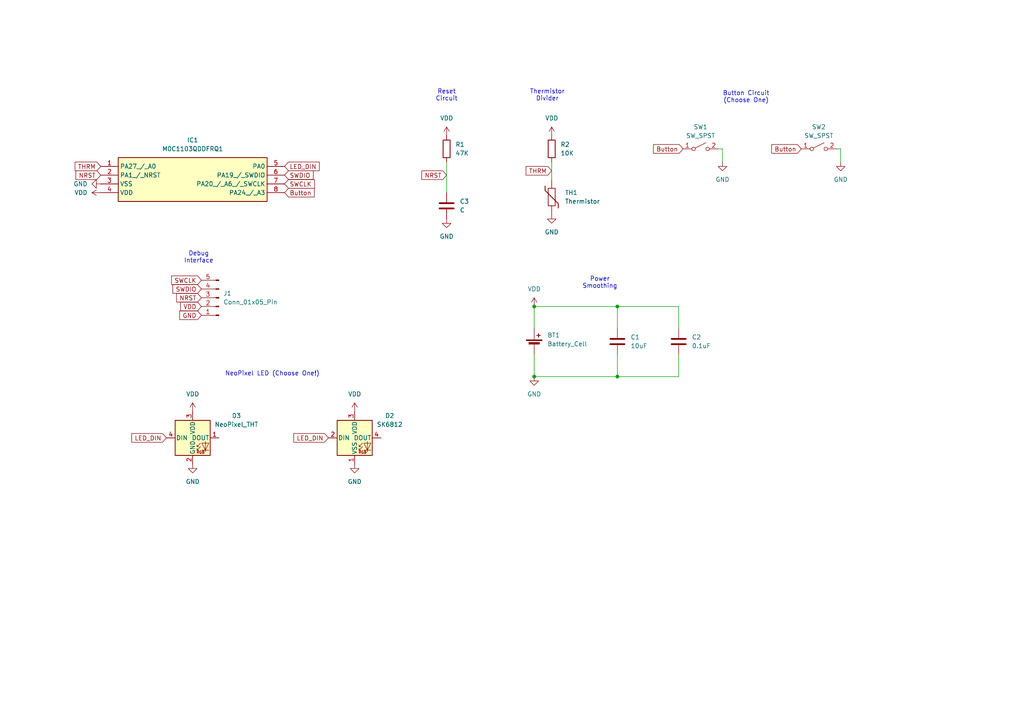
<source format=kicad_sch>
(kicad_sch (version 20250114) (generator "eeschema") (generator_version "9.0")
  (paper "A4")
  (lib_symbols
    (symbol "Connector:Conn_01x05_Pin" (pin_names (offset 1.016) (hide yes))
      (property "Reference" "J" (at 0 7.62 0))
      (property "Value" "Conn_01x05_Pin" (at 0 -7.62 0))
      (symbol "Conn_01x05_Pin_1_1"
        (rectangle (start 0.8636 5.207) (end 0 4.953) (stroke (width 0.1524)) (fill (type outline)))
        (rectangle (start 0.8636 2.667) (end 0 2.413) (stroke (width 0.1524)) (fill (type outline)))
        (rectangle (start 0.8636 0.127) (end 0 -0.127) (stroke (width 0.1524)) (fill (type outline)))
        (rectangle (start 0.8636 -2.413) (end 0 -2.667) (stroke (width 0.1524)) (fill (type outline)))
        (rectangle (start 0.8636 -4.953) (end 0 -5.207) (stroke (width 0.1524)) (fill (type outline)))
        (polyline (pts (xy 1.27 5.08) (xy 0.8636 5.08)) (stroke (width 0.1524)))
        (polyline (pts (xy 1.27 2.54) (xy 0.8636 2.54)) (stroke (width 0.1524)))
        (polyline (pts (xy 1.27 0) (xy 0.8636 0)) (stroke (width 0.1524)))
        (polyline (pts (xy 1.27 -2.54) (xy 0.8636 -2.54)) (stroke (width 0.1524)))
        (polyline (pts (xy 1.27 -5.08) (xy 0.8636 -5.08)) (stroke (width 0.1524)))
        (pin passive line (at 5.08 5.08 180) (length 3.81) (name "Pin_1") (number "1"))
        (pin passive line (at 5.08 2.54 180) (length 3.81) (name "Pin_2") (number "2"))
        (pin passive line (at 5.08 0 180) (length 3.81) (name "Pin_3") (number "3"))
        (pin passive line (at 5.08 -2.54 180) (length 3.81) (name "Pin_4") (number "4"))
        (pin passive line (at 5.08 -5.08 180) (length 3.81) (name "Pin_5") (number "5"))
      )
    )
    (symbol "Device:Battery_Cell" (pin_numbers (hide yes)) (pin_names (offset 0) (hide yes))
      (property "Reference" "BT" (at 2.54 2.54 0))
      (property "Value" "Battery_Cell" (at 2.54 0 0))
      (symbol "Battery_Cell_0_1"
        (rectangle (start -2.286 1.778) (end 2.286 1.524) (fill (type outline)))
        (rectangle (start -1.524 1.016) (end 1.524 0.508) (fill (type outline)))
        (polyline (pts (xy 0 1.778) (xy 0 2.54)))
        (polyline (pts (xy 0 0.762) (xy 0 0)))
        (polyline (pts (xy 0.762 3.048) (xy 1.778 3.048)) (stroke (width 0.254)))
        (polyline (pts (xy 1.27 3.556) (xy 1.27 2.54)) (stroke (width 0.254)))
      )
      (symbol "Battery_Cell_1_1"
        (pin passive line (at 0 5.08 270) (length 2.54) (name "+") (number "1"))
        (pin passive line (at 0 -2.54 90) (length 2.54) (name "-") (number "2"))
      )
    )
    (symbol "Device:C" (pin_numbers (hide yes)) (pin_names (offset 0.254))
      (property "Reference" "C" (at 0.635 2.54 0))
      (property "Value" "C" (at 0.635 -2.54 0))
      (symbol "C_0_1"
        (polyline (pts (xy -2.032 0.762) (xy 2.032 0.762)) (stroke (width 0.508)))
        (polyline (pts (xy -2.032 -0.762) (xy 2.032 -0.762)) (stroke (width 0.508)))
      )
      (symbol "C_1_1"
        (pin passive line (at 0 3.81 270) (length 2.794) (name "~") (number "1"))
        (pin passive line (at 0 -3.81 90) (length 2.794) (name "~") (number "2"))
      )
    )
    (symbol "Device:R" (pin_numbers (hide yes)) (pin_names (offset 0))
      (property "Reference" "R" (at 2.032 0 90))
      (property "Value" "R" (at 0 0 90))
      (symbol "R_0_1"
        (rectangle (start -1.016 -2.54) (end 1.016 2.54) (stroke (width 0.254)))
      )
      (symbol "R_1_1"
        (pin passive line (at 0 3.81 270) (length 1.27) (name "~") (number "1"))
        (pin passive line (at 0 -3.81 90) (length 1.27) (name "~") (number "2"))
      )
    )
    (symbol "Device:Thermistor" (pin_numbers (hide yes)) (pin_names (offset 0))
      (property "Reference" "TH" (at 2.54 1.27 90))
      (property "Value" "Thermistor" (at -2.54 0 90))
      (symbol "Thermistor_0_1"
        (polyline (pts (xy -1.905 3.175) (xy -1.905 1.905) (xy 1.905 -1.905) (xy 1.905 -3.175) (xy 1.905 -3.175)) (stroke (width 0.254)))
        (rectangle (start -1.016 2.54) (end 1.016 -2.54) (stroke (width 0.2032)))
      )
      (symbol "Thermistor_1_1"
        (pin passive line (at 0 5.08 270) (length 2.54) (name "~") (number "1"))
        (pin passive line (at 0 -5.08 90) (length 2.54) (name "~") (number "2"))
      )
    )
    (symbol "ELEC327-Kicad:M0C1103QDDFRQ1"
      (property "Reference" "IC" (at 49.53 7.62 0))
      (property "Value" "M0C1103QDDFRQ1" (at 49.53 5.08 0))
      (symbol "M0C1103QDDFRQ1_1_1"
        (rectangle (start 5.08 2.54) (end 48.26 -10.16) (stroke (width 0.254)) (fill (type background)))
        (pin passive line (at 0 0 0) (length 5.08) (name "PA27_/_A0") (number "1"))
        (pin passive line (at 0 -2.54 0) (length 5.08) (name "PA1_/_NRST") (number "2"))
        (pin passive line (at 0 -5.08 0) (length 5.08) (name "VSS") (number "3"))
        (pin passive line (at 0 -7.62 0) (length 5.08) (name "VDD") (number "4"))
        (pin passive line (at 53.34 0 180) (length 5.08) (name "PA0") (number "5"))
        (pin passive line (at 53.34 -2.54 180) (length 5.08) (name "PA19_/_SWDIO") (number "6"))
        (pin passive line (at 53.34 -5.08 180) (length 5.08) (name "PA20_/_A6_/_SWCLK") (number "7"))
        (pin passive line (at 53.34 -7.62 180) (length 5.08) (name "PA24_/_A3") (number "8"))
      )
    )
    (symbol "LED:NeoPixel_THT" (pin_names (offset 0.254))
      (property "Reference" "D" (at 5.08 5.715 0))
      (property "Value" "NeoPixel_THT" (at 1.27 -5.715 0))
      (symbol "NeoPixel_THT_0_0"
        (text "RGB" (at 2.286 -4.191 0) (effects (font (size 0.762 0.762))))
      )
      (symbol "NeoPixel_THT_0_1"
        (polyline (pts (xy 1.27 -2.54) (xy 1.778 -2.54)))
        (polyline (pts (xy 1.27 -3.556) (xy 1.778 -3.556)))
        (polyline (pts (xy 2.286 -1.524) (xy 1.27 -2.54) (xy 1.27 -2.032)))
        (polyline (pts (xy 2.286 -2.54) (xy 1.27 -3.556) (xy 1.27 -3.048)))
        (polyline (pts (xy 3.683 -1.016) (xy 3.683 -3.556) (xy 3.683 -4.064)))
        (polyline (pts (xy 4.699 -1.524) (xy 2.667 -1.524) (xy 3.683 -3.556) (xy 4.699 -1.524)))
        (polyline (pts (xy 4.699 -3.556) (xy 2.667 -3.556)))
        (rectangle (start 5.08 5.08) (end -5.08 -5.08) (stroke (width 0.254)) (fill (type background)))
      )
      (symbol "NeoPixel_THT_1_1"
        (pin input line (at -7.62 0 0) (length 2.54) (name "DIN") (number "4"))
        (pin power_in line (at 0 7.62 270) (length 2.54) (name "VDD") (number "3"))
        (pin power_in line (at 0 -7.62 90) (length 2.54) (name "GND") (number "2"))
        (pin output line (at 7.62 0 180) (length 2.54) (name "DOUT") (number "1"))
      )
    )
    (symbol "LED:SK6812" (pin_names (offset 0.254))
      (property "Reference" "D" (at 5.08 5.715 0))
      (property "Value" "SK6812" (at 1.27 -5.715 0))
      (symbol "SK6812_0_0"
        (text "RGB" (at 2.286 -4.191 0) (effects (font (size 0.762 0.762))))
      )
      (symbol "SK6812_0_1"
        (polyline (pts (xy 1.27 -2.54) (xy 1.778 -2.54)))
        (polyline (pts (xy 1.27 -3.556) (xy 1.778 -3.556)))
        (polyline (pts (xy 2.286 -1.524) (xy 1.27 -2.54) (xy 1.27 -2.032)))
        (polyline (pts (xy 2.286 -2.54) (xy 1.27 -3.556) (xy 1.27 -3.048)))
        (polyline (pts (xy 3.683 -1.016) (xy 3.683 -3.556) (xy 3.683 -4.064)))
        (polyline (pts (xy 4.699 -1.524) (xy 2.667 -1.524) (xy 3.683 -3.556) (xy 4.699 -1.524)))
        (polyline (pts (xy 4.699 -3.556) (xy 2.667 -3.556)))
        (rectangle (start 5.08 5.08) (end -5.08 -5.08) (stroke (width 0.254)) (fill (type background)))
      )
      (symbol "SK6812_1_1"
        (pin input line (at -7.62 0 0) (length 2.54) (name "DIN") (number "2"))
        (pin power_in line (at 0 7.62 270) (length 2.54) (name "VDD") (number "3"))
        (pin power_in line (at 0 -7.62 90) (length 2.54) (name "VSS") (number "1"))
        (pin output line (at 7.62 0 180) (length 2.54) (name "DOUT") (number "4"))
      )
    )
    (symbol "Switch:SW_SPST" (pin_names (offset 0) (hide yes))
      (property "Reference" "SW" (at 0 3.175 0))
      (property "Value" "SW_SPST" (at 0 -2.54 0))
      (symbol "SW_SPST_0_0"
        (circle (center -2.032 0) (radius 0.508))
        (polyline (pts (xy -1.524 0.254) (xy 1.524 1.778)))
        (circle (center 2.032 0) (radius 0.508))
      )
      (symbol "SW_SPST_1_1"
        (pin passive line (at -5.08 0 0) (length 2.54) (name "A") (number "1"))
        (pin passive line (at 5.08 0 180) (length 2.54) (name "B") (number "2"))
      )
    )
    (symbol "power:GND" (power) (pin_numbers (hide yes)) (pin_names (offset 0) (hide yes))
      (property "Value" "GND" (at 0 -3.81 0))
      (symbol "GND_0_1"
        (polyline (pts (xy 0 0) (xy 0 -1.27) (xy 1.27 -1.27) (xy 0 -2.54) (xy -1.27 -1.27) (xy 0 -1.27)))
      )
      (symbol "GND_1_1"
        (pin power_in line (at 0 0 270) (length 0) (name "~") (number "1"))
      )
    )
    (symbol "power:VDD" (power) (pin_numbers (hide yes)) (pin_names (offset 0) (hide yes))
      (property "Value" "VDD" (at 0 3.556 0))
      (symbol "VDD_0_1"
        (polyline (pts (xy -0.762 1.27) (xy 0 2.54)))
        (polyline (pts (xy 0 2.54) (xy 0.762 1.27)))
        (polyline (pts (xy 0 0) (xy 0 2.54)))
      )
      (symbol "VDD_1_1"
        (pin power_in line (at 0 0 90) (length 0) (name "~") (number "1"))
      )
    )
  )
  (text "Reset\nCircuit" (at 129.54 27.686 0) (effects (font (size 1.27 1.27))))
  (text "NeoPixel LED (Choose One!)" (at 78.994 108.458 0) (effects (font (size 1.27 1.27))))
  (text "Power\nSmoothing" (at 173.99 82.042 0) (effects (font (size 1.27 1.27))))
  (text "Debug\nInterface" (at 57.658 74.676 0) (effects (font (size 1.27 1.27))))
  (text "Thermistor\nDivider" (at 158.75 27.686 0) (effects (font (size 1.27 1.27))))
  (text "Button Circuit\n(Choose One)" (at 216.408 28.194 0) (effects (font (size 1.27 1.27))))
  (junction (at 179.07 109.22))
  (junction (at 154.94 88.9))
  (junction (at 154.94 109.22))
  (junction (at 179.07 88.9))
  (wire (pts (xy 154.94 109.22) (xy 154.94 102.87)))
  (wire (pts (xy 196.85 88.9) (xy 196.85 95.25)))
  (wire (pts (xy 243.84 46.99) (xy 243.84 43.18)))
  (wire (pts (xy 209.55 43.18) (xy 208.28 43.18)))
  (wire (pts (xy 160.02 52.07) (xy 160.02 46.99)))
  (wire (pts (xy 129.54 55.88) (xy 129.54 46.99)))
  (wire (pts (xy 179.07 109.22) (xy 179.07 102.87)))
  (wire (pts (xy 179.07 109.22) (xy 154.94 109.22)))
  (wire (pts (xy 243.84 43.18) (xy 242.57 43.18)))
  (wire (pts (xy 179.07 88.9) (xy 179.07 95.25)))
  (wire (pts (xy 209.55 46.99) (xy 209.55 43.18)))
  (wire (pts (xy 154.94 95.25) (xy 154.94 88.9)))
  (wire (pts (xy 196.85 102.87) (xy 196.85 109.22)))
  (wire (pts (xy 179.07 88.9) (xy 196.85 88.9)))
  (wire (pts (xy 154.94 88.9) (xy 179.07 88.9)))
  (wire (pts (xy 196.85 109.22) (xy 179.07 109.22)))
  (global_label "Button" (shape input) (at 198.12 43.18 180) (property "Intersheetrefs" "${INTERSHEET_REFS}" (effects (hide yes))))
  (global_label "LED_DIN" (shape input) (at 95.25 127 180) (property "Intersheetrefs" "${INTERSHEET_REFS}" (effects (hide yes))))
  (global_label "SWDIO" (shape input) (at 82.55 50.8 0) (property "Intersheetrefs" "${INTERSHEET_REFS}" (effects (hide yes))))
  (global_label "SWDIO" (shape input) (at 58.42 83.82 180) (property "Intersheetrefs" "${INTERSHEET_REFS}" (effects (hide yes))))
  (global_label "NRST" (shape input) (at 29.21 50.8 180) (property "Intersheetrefs" "${INTERSHEET_REFS}" (effects (hide yes))))
  (global_label "GND" (shape input) (at 58.42 91.44 180) (property "Intersheetrefs" "${INTERSHEET_REFS}" (effects (hide yes))))
  (global_label "Button" (shape input) (at 82.55 55.88 0) (property "Intersheetrefs" "${INTERSHEET_REFS}" (effects (hide yes))))
  (global_label "THRM" (shape input) (at 29.21 48.26 180) (property "Intersheetrefs" "${INTERSHEET_REFS}" (effects (hide yes))))
  (global_label "Button" (shape input) (at 232.41 43.18 180) (property "Intersheetrefs" "${INTERSHEET_REFS}" (effects (hide yes))))
  (global_label "NRST" (shape input) (at 58.42 86.36 180) (property "Intersheetrefs" "${INTERSHEET_REFS}" (effects (hide yes))))
  (global_label "VDD" (shape input) (at 58.42 88.9 180) (property "Intersheetrefs" "${INTERSHEET_REFS}" (effects (hide yes))))
  (global_label "SWCLK" (shape input) (at 58.42 81.28 180) (property "Intersheetrefs" "${INTERSHEET_REFS}" (effects (hide yes))))
  (global_label "LED_DIN" (shape input) (at 82.55 48.26 0) (property "Intersheetrefs" "${INTERSHEET_REFS}" (effects (hide yes))))
  (global_label "THRM" (shape input) (at 160.02 49.53 180) (property "Intersheetrefs" "${INTERSHEET_REFS}" (effects (hide yes))))
  (global_label "NRST" (shape input) (at 129.54 50.8 180) (property "Intersheetrefs" "${INTERSHEET_REFS}" (effects (hide yes))))
  (global_label "SWCLK" (shape input) (at 82.55 53.34 0) (property "Intersheetrefs" "${INTERSHEET_REFS}" (effects (hide yes))))
  (global_label "LED_DIN" (shape input) (at 48.26 127 180) (property "Intersheetrefs" "${INTERSHEET_REFS}" (effects (hide yes))))
  (symbol (lib_id "power:VDD") (at 160.02 39.37 0) (unit 1)
    (property "Reference" "#PWR011" (effects (hide yes)))
    (property "Value" "VDD" (at 160.02 34.29 0))
    (property "Description" "Power symbol creates a global label with name \"VDD\"" (effects (hide yes)))
  )
  (symbol (lib_id "power:GND") (at 29.21 53.34 270) (unit 1)
    (property "Reference" "#PWR08" (effects (hide yes)))
    (property "Value" "GND" (at 25.4 53.3399 90) (effects (justify right)))
    (property "Description" "Power symbol creates a global label with name \"GND\" , ground" (effects (hide yes)))
  )
  (symbol (lib_id "power:GND") (at 129.54 63.5 0) (unit 1)
    (property "Reference" "#PWR010" (effects (hide yes)))
    (property "Value" "GND" (at 129.54 68.58 0))
    (property "Description" "Power symbol creates a global label with name \"GND\" , ground" (effects (hide yes)))
  )
  (symbol (lib_id "power:GND") (at 154.94 109.22 0) (unit 1)
    (property "Reference" "#PWR014" (effects (hide yes)))
    (property "Value" "GND" (at 154.94 114.3 0))
    (property "Description" "Power symbol creates a global label with name \"GND\" , ground" (effects (hide yes)))
  )
  (symbol (lib_id "Switch:SW_SPST") (at 203.2 43.18 0) (unit 1)
    (property "Reference" "SW1" (at 203.2 36.83 0))
    (property "Value" "SW_SPST" (at 203.2 39.37 0))
    (property "Footprint" "Button_Switch_THT:SW_PUSH_6mm_H5mm" (effects (hide yes)))
    (property "Description" "Single Pole Single Throw (SPST) switch" (effects (hide yes)))
  )
  (symbol (lib_id "power:VDD") (at 129.54 39.37 0) (unit 1)
    (property "Reference" "#PWR09" (effects (hide yes)))
    (property "Value" "VDD" (at 129.54 34.29 0))
    (property "Description" "Power symbol creates a global label with name \"VDD\"" (effects (hide yes)))
  )
  (symbol (lib_id "power:GND") (at 102.87 134.62 0) (unit 1)
    (property "Reference" "#PWR02" (effects (hide yes)))
    (property "Value" "GND" (at 102.87 139.7 0))
    (property "Description" "Power symbol creates a global label with name \"GND\" , ground" (effects (hide yes)))
  )
  (symbol (lib_id "Device:R") (at 129.54 43.18 0) (unit 1)
    (property "Reference" "R1" (at 132.08 41.9099 0) (effects (justify left)))
    (property "Value" "47K" (at 132.08 44.4499 0) (effects (justify left)))
    (property "Footprint" "Resistor_SMD:R_1206_3216Metric_Pad1.30x1.75mm_HandSolder" (effects (hide yes)))
    (property "Description" "Resistor" (effects (hide yes)))
  )
  (symbol (lib_id "Device:R") (at 160.02 43.18 0) (unit 1)
    (property "Reference" "R2" (at 162.56 41.9099 0) (effects (justify left)))
    (property "Value" "10K" (at 162.56 44.4499 0) (effects (justify left)))
    (property "Footprint" "Resistor_SMD:R_1206_3216Metric_Pad1.30x1.75mm_HandSolder" (effects (hide yes)))
    (property "Description" "Resistor" (effects (hide yes)))
  )
  (symbol (lib_id "power:VDD") (at 102.87 119.38 0) (unit 1)
    (property "Reference" "#PWR06" (effects (hide yes)))
    (property "Value" "VDD" (at 102.87 114.3 0))
    (property "Description" "Power symbol creates a global label with name \"VDD\"" (effects (hide yes)))
  )
  (symbol (lib_id "power:GND") (at 243.84 46.99 0) (unit 1)
    (property "Reference" "#PWR01" (effects (hide yes)))
    (property "Value" "GND" (at 243.84 52.07 0))
    (property "Description" "Power symbol creates a global label with name \"GND\" , ground" (effects (hide yes)))
  )
  (symbol (lib_id "Connector:Conn_01x05_Pin") (at 63.5 86.36 180) (unit 1)
    (property "Reference" "J1" (at 64.77 85.0899 0) (effects (justify right)))
    (property "Value" "Conn_01x05_Pin" (at 64.77 87.6299 0) (effects (justify right)))
    (property "Footprint" "Connector_PinHeader_2.54mm:PinHeader_1x05_P2.54mm_Vertical" (effects (hide yes)))
    (property "Description" "Generic connector, single row, 01x05, script generated" (effects (hide yes)))
  )
  (symbol (lib_id "Device:Thermistor") (at 160.02 57.15 0) (unit 1)
    (property "Reference" "TH1" (at 163.83 55.8799 0) (effects (justify left)))
    (property "Value" "Thermistor" (at 163.83 58.4199 0) (effects (justify left)))
    (property "Footprint" "Resistor_SMD:R_1206_3216Metric_Pad1.30x1.75mm_HandSolder" (effects (hide yes)))
    (property "Datasheet" "https://datasheets.kyocera-avx.com/nb21-nb12-nb20.pdf" (effects (hide yes)))
    (property "Description" "Temperature dependent resistor" (effects (hide yes)))
  )
  (symbol (lib_id "power:GND") (at 209.55 46.99 0) (unit 1)
    (property "Reference" "#PWR013" (effects (hide yes)))
    (property "Value" "GND" (at 209.55 52.07 0))
    (property "Description" "Power symbol creates a global label with name \"GND\" , ground" (effects (hide yes)))
  )
  (symbol (lib_id "power:GND") (at 160.02 62.23 0) (unit 1)
    (property "Reference" "#PWR012" (effects (hide yes)))
    (property "Value" "GND" (at 160.02 67.31 0))
    (property "Description" "Power symbol creates a global label with name \"GND\" , ground" (effects (hide yes)))
  )
  (symbol (lib_id "ELEC327-Kicad:M0C1103QDDFRQ1") (at 29.21 48.26 0) (unit 1)
    (property "Reference" "IC1" (at 55.88 40.64 0))
    (property "Value" "M0C1103QDDFRQ1" (at 55.88 43.18 0))
    (property "Footprint" "Package_TO_SOT_SMD:SOT-23-8" (effects (hide yes)))
    (property "Datasheet" "https://www.ti.com/lit/ds/symlink/mspm0c1104-q1.pdf?ts=1746800032528&ref_url=https%253A%252F%252Fwww.ti.com%252Fproduct%252FMSPM0C1104-Q1" (effects (hide yes)))
    (property "Description" "ARM Microcontrollers - MCU Automotive 24MHz Arm Cortex-M0+ MCU with" (effects (hide yes)))
    (property "Height" "1.1" (effects (hide yes)))
    (property "Mouser Part Number" "595-M0C1103QDDFRQ1" (effects (hide yes)))
    (property "Mouser Price/Stock" "https://www.mouser.co.uk/ProductDetail/Texas-Instruments/M0C1103QDDFRQ1?qs=%252BXxaIXUDbq267E5NDb0Cdw%3D%3D" (effects (hide yes)))
    (property "Manufacturer_Name" "Texas Instruments" (effects (hide yes)))
    (property "Manufacturer_Part_Number" "M0C1103QDDFRQ1" (effects (hide yes)))
  )
  (symbol (lib_id "LED:NeoPixel_THT") (at 55.88 127 0) (unit 1)
    (property "Reference" "D3" (at 68.58 120.5798 0))
    (property "Value" "NeoPixel_THT" (at 68.58 123.1198 0))
    (property "Footprint" "LED_THT:LED_D5.0mm-4_RGB" (effects (hide yes)))
    (property "Datasheet" "https://www.adafruit.com/product/1938" (effects (hide yes)))
    (property "Description" "RGB LED with integrated controller, 5mm/8mm LED package" (effects (hide yes)))
  )
  (symbol (lib_id "Device:C") (at 179.07 99.06 0) (unit 1)
    (property "Reference" "C1" (at 182.88 97.7899 0) (effects (justify left)))
    (property "Value" "10uF" (at 182.88 100.3299 0) (effects (justify left)))
    (property "Footprint" "Capacitor_SMD:C_1206_3216Metric_Pad1.33x1.80mm_HandSolder" (effects (hide yes)))
    (property "Description" "Unpolarized capacitor" (effects (hide yes)))
  )
  (symbol (lib_id "power:VDD") (at 29.21 55.88 90) (unit 1)
    (property "Reference" "#PWR07" (effects (hide yes)))
    (property "Value" "VDD" (at 25.4 55.8799 90) (effects (justify left)))
    (property "Description" "Power symbol creates a global label with name \"VDD\"" (effects (hide yes)))
  )
  (symbol (lib_id "Device:C") (at 196.85 99.06 0) (unit 1)
    (property "Reference" "C2" (at 200.66 97.7899 0) (effects (justify left)))
    (property "Value" "0.1uF" (at 200.66 100.3299 0) (effects (justify left)))
    (property "Footprint" "Capacitor_SMD:C_1206_3216Metric_Pad1.33x1.80mm_HandSolder" (effects (hide yes)))
    (property "Description" "Unpolarized capacitor" (effects (hide yes)))
  )
  (symbol (lib_id "power:GND") (at 55.88 134.62 0) (unit 1)
    (property "Reference" "#PWR03" (effects (hide yes)))
    (property "Value" "GND" (at 55.88 139.7 0))
    (property "Description" "Power symbol creates a global label with name \"GND\" , ground" (effects (hide yes)))
  )
  (symbol (lib_id "LED:SK6812") (at 102.87 127 0) (unit 1)
    (property "Reference" "D2" (at 113.03 120.5798 0))
    (property "Value" "SK6812" (at 113.03 123.1198 0))
    (property "Footprint" "LED_SMD:LED_SK6812_PLCC4_5.0x5.0mm_P3.2mm" (effects (hide yes)))
    (property "Datasheet" "https://cdn-shop.adafruit.com/product-files/1138/SK6812+LED+datasheet+.pdf" (effects (hide yes)))
    (property "Description" "RGB LED with integrated controller" (effects (hide yes)))
  )
  (symbol (lib_id "Device:C") (at 129.54 59.69 0) (unit 1)
    (property "Reference" "C3" (at 133.35 58.4199 0) (effects (justify left)))
    (property "Value" "C" (at 133.35 60.9599 0) (effects (justify left)))
    (property "Footprint" "Capacitor_SMD:C_1206_3216Metric_Pad1.33x1.80mm_HandSolder" (effects (hide yes)))
    (property "Description" "Unpolarized capacitor" (effects (hide yes)))
  )
  (symbol (lib_id "Switch:SW_SPST") (at 237.49 43.18 0) (unit 1)
    (property "Reference" "SW2" (at 237.49 36.83 0))
    (property "Value" "SW_SPST" (at 237.49 39.37 0))
    (property "Footprint" "Button_Switch_SMD:SW_SPST_PTS647_Sx50" (effects (hide yes)))
    (property "Description" "Single Pole Single Throw (SPST) switch" (effects (hide yes)))
  )
  (symbol (lib_id "power:VDD") (at 154.94 88.9 0) (unit 1)
    (property "Reference" "#PWR05" (effects (hide yes)))
    (property "Value" "VDD" (at 154.94 83.82 0))
    (property "Description" "Power symbol creates a global label with name \"VDD\"" (effects (hide yes)))
  )
  (symbol (lib_id "power:VDD") (at 55.88 119.38 0) (unit 1)
    (property "Reference" "#PWR04" (effects (hide yes)))
    (property "Value" "VDD" (at 55.88 114.3 0))
    (property "Description" "Power symbol creates a global label with name \"VDD\"" (effects (hide yes)))
  )
  (symbol (lib_id "Device:Battery_Cell") (at 154.94 100.33 0) (unit 1)
    (property "Reference" "BT1" (at 158.75 97.2184 0) (effects (justify left)))
    (property "Value" "Battery_Cell" (at 158.75 99.7584 0) (effects (justify left)))
    (property "Footprint" "Battery:BatteryHolder_Keystone_3001_1x12mm" (effects (hide yes)))
    (property "Description" "Single-cell battery" (effects (hide yes)))
  )
)
</source>
